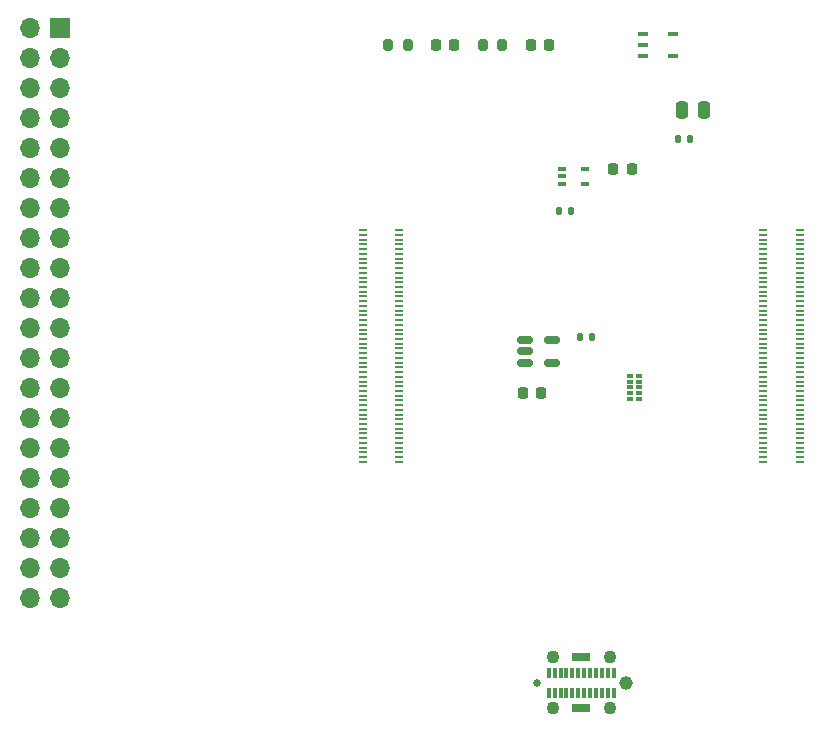
<source format=gbr>
%TF.GenerationSoftware,KiCad,Pcbnew,6.0.11-2627ca5db0~126~ubuntu22.04.1*%
%TF.CreationDate,2023-07-02T17:23:57-07:00*%
%TF.ProjectId,small-display,736d616c-6c2d-4646-9973-706c61792e6b,rev?*%
%TF.SameCoordinates,Original*%
%TF.FileFunction,Soldermask,Top*%
%TF.FilePolarity,Negative*%
%FSLAX46Y46*%
G04 Gerber Fmt 4.6, Leading zero omitted, Abs format (unit mm)*
G04 Created by KiCad (PCBNEW 6.0.11-2627ca5db0~126~ubuntu22.04.1) date 2023-07-02 17:23:57*
%MOMM*%
%LPD*%
G01*
G04 APERTURE LIST*
G04 Aperture macros list*
%AMRoundRect*
0 Rectangle with rounded corners*
0 $1 Rounding radius*
0 $2 $3 $4 $5 $6 $7 $8 $9 X,Y pos of 4 corners*
0 Add a 4 corners polygon primitive as box body*
4,1,4,$2,$3,$4,$5,$6,$7,$8,$9,$2,$3,0*
0 Add four circle primitives for the rounded corners*
1,1,$1+$1,$2,$3*
1,1,$1+$1,$4,$5*
1,1,$1+$1,$6,$7*
1,1,$1+$1,$8,$9*
0 Add four rect primitives between the rounded corners*
20,1,$1+$1,$2,$3,$4,$5,0*
20,1,$1+$1,$4,$5,$6,$7,0*
20,1,$1+$1,$6,$7,$8,$9,0*
20,1,$1+$1,$8,$9,$2,$3,0*%
G04 Aperture macros list end*
%ADD10C,0.660000*%
%ADD11C,1.150000*%
%ADD12R,0.300000X0.850000*%
%ADD13C,1.100000*%
%ADD14R,1.600000X0.700000*%
%ADD15R,0.952500X0.457200*%
%ADD16RoundRect,0.135000X-0.135000X-0.185000X0.135000X-0.185000X0.135000X0.185000X-0.135000X0.185000X0*%
%ADD17RoundRect,0.200000X-0.200000X-0.275000X0.200000X-0.275000X0.200000X0.275000X-0.200000X0.275000X0*%
%ADD18RoundRect,0.225000X-0.225000X-0.250000X0.225000X-0.250000X0.225000X0.250000X-0.225000X0.250000X0*%
%ADD19RoundRect,0.150000X-0.512500X-0.150000X0.512500X-0.150000X0.512500X0.150000X-0.512500X0.150000X0*%
%ADD20R,0.650000X0.400000*%
%ADD21R,0.550000X0.300000*%
%ADD22R,0.550000X0.400000*%
%ADD23RoundRect,0.218750X-0.218750X-0.256250X0.218750X-0.256250X0.218750X0.256250X-0.218750X0.256250X0*%
%ADD24RoundRect,0.250000X-0.250000X-0.475000X0.250000X-0.475000X0.250000X0.475000X-0.250000X0.475000X0*%
%ADD25R,0.700000X0.200000*%
%ADD26R,1.700000X1.700000*%
%ADD27O,1.700000X1.700000*%
G04 APERTURE END LIST*
D10*
%TO.C,J1*%
X16750000Y-59000000D03*
D11*
X24250000Y-59000000D03*
D12*
X17750000Y-58165000D03*
X18250000Y-58165000D03*
X18750000Y-58165000D03*
X19250000Y-58165000D03*
X19750000Y-58165000D03*
X20250000Y-58165000D03*
X20750000Y-58165000D03*
X21250000Y-58165000D03*
X21750000Y-58165000D03*
X22250000Y-58165000D03*
X22750000Y-58165000D03*
X23250000Y-58165000D03*
X23250000Y-59835000D03*
X22750000Y-59835000D03*
X22250000Y-59835000D03*
X21750000Y-59835000D03*
X21250000Y-59835000D03*
X20750000Y-59835000D03*
X20250000Y-59835000D03*
X19750000Y-59835000D03*
X19250000Y-59835000D03*
X18750000Y-59835000D03*
X18250000Y-59835000D03*
X17750000Y-59835000D03*
D13*
X18100000Y-56850000D03*
X22900000Y-56850000D03*
X22900000Y-61150000D03*
X18100000Y-61150000D03*
D14*
X20500000Y-56850000D03*
X20500000Y-61150000D03*
%TD*%
D15*
%TO.C,U4*%
X25723650Y-4060200D03*
X25723650Y-5000000D03*
X25723650Y-5939800D03*
X28276350Y-5952500D03*
X28276350Y-4047500D03*
%TD*%
D16*
%TO.C,R1*%
X20382500Y-29720000D03*
X21402500Y-29720000D03*
%TD*%
D17*
%TO.C,R4*%
X4145000Y-5000000D03*
X5795000Y-5000000D03*
%TD*%
D18*
%TO.C,C2*%
X16225000Y-5000000D03*
X17775000Y-5000000D03*
%TD*%
D19*
%TO.C,U3*%
X15725000Y-30000000D03*
X15725000Y-30950000D03*
X15725000Y-31900000D03*
X18000000Y-31900000D03*
X18000000Y-30000000D03*
%TD*%
D20*
%TO.C,U2*%
X18880000Y-15480000D03*
X18880000Y-16130000D03*
X18880000Y-16780000D03*
X20780000Y-16780000D03*
X20780000Y-15480000D03*
%TD*%
D16*
%TO.C,R3*%
X18650000Y-19050000D03*
X19670000Y-19050000D03*
%TD*%
D21*
%TO.C,U1*%
X24615000Y-33000000D03*
X24615000Y-33500000D03*
D22*
X24615000Y-34000000D03*
D21*
X24615000Y-34500000D03*
X24615000Y-35000000D03*
X25385000Y-35000000D03*
X25385000Y-34500000D03*
D22*
X25385000Y-34000000D03*
D21*
X25385000Y-33500000D03*
X25385000Y-33000000D03*
%TD*%
D23*
%TO.C,D2*%
X23212500Y-15500000D03*
X24787500Y-15500000D03*
%TD*%
D24*
%TO.C,C1*%
X29000000Y-10500000D03*
X30900000Y-10500000D03*
%TD*%
D23*
%TO.C,D1*%
X15545000Y-34470000D03*
X17120000Y-34470000D03*
%TD*%
D25*
%TO.C,Module1*%
X2000000Y-20700000D03*
X5080000Y-20700000D03*
X2000000Y-21100000D03*
X5080000Y-21100000D03*
X2000000Y-21500000D03*
X5080000Y-21500000D03*
X2000000Y-21900000D03*
X5080000Y-21900000D03*
X2000000Y-22300000D03*
X5080000Y-22300000D03*
X2000000Y-22700000D03*
X5080000Y-22700000D03*
X2000000Y-23100000D03*
X5080000Y-23100000D03*
X2000000Y-23500000D03*
X5080000Y-23500000D03*
X2000000Y-23900000D03*
X5080000Y-23900000D03*
X2000000Y-24300000D03*
X5080000Y-24300000D03*
X2000000Y-24700000D03*
X5080000Y-24700000D03*
X2000000Y-25100000D03*
X5080000Y-25100000D03*
X2000000Y-25500000D03*
X5080000Y-25500000D03*
X2000000Y-25900000D03*
X5080000Y-25900000D03*
X2000000Y-26300000D03*
X5080000Y-26300000D03*
X2000000Y-26700000D03*
X5080000Y-26700000D03*
X2000000Y-27100000D03*
X5080000Y-27100000D03*
X2000000Y-27500000D03*
X5080000Y-27500000D03*
X2000000Y-27900000D03*
X5080000Y-27900000D03*
X2000000Y-28300000D03*
X5080000Y-28300000D03*
X2000000Y-28700000D03*
X5080000Y-28700000D03*
X2000000Y-29100000D03*
X5080000Y-29100000D03*
X2000000Y-29500000D03*
X5080000Y-29500000D03*
X2000000Y-29900000D03*
X5080000Y-29900000D03*
X2000000Y-30300000D03*
X5080000Y-30300000D03*
X2000000Y-30700000D03*
X5080000Y-30700000D03*
X2000000Y-31100000D03*
X5080000Y-31100000D03*
X2000000Y-31500000D03*
X5080000Y-31500000D03*
X2000000Y-31900000D03*
X5080000Y-31900000D03*
X2000000Y-32300000D03*
X5080000Y-32300000D03*
X2000000Y-32700000D03*
X5080000Y-32700000D03*
X2000000Y-33100000D03*
X5080000Y-33100000D03*
X2000000Y-33500000D03*
X5080000Y-33500000D03*
X2000000Y-33900000D03*
X5080000Y-33900000D03*
X2000000Y-34300000D03*
X5080000Y-34300000D03*
X2000000Y-34700000D03*
X5080000Y-34700000D03*
X2000000Y-35100000D03*
X5080000Y-35100000D03*
X2000000Y-35500000D03*
X5080000Y-35500000D03*
X2000000Y-35900000D03*
X5080000Y-35900000D03*
X2000000Y-36300000D03*
X5080000Y-36300000D03*
X2000000Y-36700000D03*
X5080000Y-36700000D03*
X2000000Y-37100000D03*
X5080000Y-37100000D03*
X2000000Y-37500000D03*
X5080000Y-37500000D03*
X2000000Y-37900000D03*
X5080000Y-37900000D03*
X2000000Y-38300000D03*
X5080000Y-38300000D03*
X2000000Y-38700000D03*
X5080000Y-38700000D03*
X2000000Y-39100000D03*
X5080000Y-39100000D03*
X2000000Y-39500000D03*
X5080000Y-39500000D03*
X2000000Y-39900000D03*
X5080000Y-39900000D03*
X2000000Y-40300000D03*
X5080000Y-40300000D03*
X35920000Y-20700000D03*
X39000000Y-20700000D03*
X35920000Y-21100000D03*
X39000000Y-21100000D03*
X35920000Y-21500000D03*
X39000000Y-21500000D03*
X35920000Y-21900000D03*
X39000000Y-21900000D03*
X35920000Y-22300000D03*
X39000000Y-22300000D03*
X35920000Y-22700000D03*
X39000000Y-22700000D03*
X35920000Y-23100000D03*
X39000000Y-23100000D03*
X35920000Y-23500000D03*
X39000000Y-23500000D03*
X35920000Y-23900000D03*
X39000000Y-23900000D03*
X35920000Y-24300000D03*
X39000000Y-24300000D03*
X35920000Y-24700000D03*
X39000000Y-24700000D03*
X35920000Y-25100000D03*
X39000000Y-25100000D03*
X35920000Y-25500000D03*
X39000000Y-25500000D03*
X35920000Y-25900000D03*
X39000000Y-25900000D03*
X35920000Y-26300000D03*
X39000000Y-26300000D03*
X35920000Y-26700000D03*
X39000000Y-26700000D03*
X35920000Y-27100000D03*
X39000000Y-27100000D03*
X35920000Y-27500000D03*
X39000000Y-27500000D03*
X35920000Y-27900000D03*
X39000000Y-27900000D03*
X35920000Y-28300000D03*
X39000000Y-28300000D03*
X35920000Y-28700000D03*
X39000000Y-28700000D03*
X35920000Y-29100000D03*
X39000000Y-29100000D03*
X35920000Y-29500000D03*
X39000000Y-29500000D03*
X35920000Y-29900000D03*
X39000000Y-29900000D03*
X35920000Y-30300000D03*
X39000000Y-30300000D03*
X35920000Y-30700000D03*
X39000000Y-30700000D03*
X35920000Y-31100000D03*
X39000000Y-31100000D03*
X35920000Y-31500000D03*
X39000000Y-31500000D03*
X35920000Y-31900000D03*
X39000000Y-31900000D03*
X35920000Y-32300000D03*
X39000000Y-32300000D03*
X35920000Y-32700000D03*
X39000000Y-32700000D03*
X35920000Y-33100000D03*
X39000000Y-33100000D03*
X35920000Y-33500000D03*
X39000000Y-33500000D03*
X35920000Y-33900000D03*
X39000000Y-33900000D03*
X35920000Y-34300000D03*
X39000000Y-34300000D03*
X35920000Y-34700000D03*
X39000000Y-34700000D03*
X35920000Y-35100000D03*
X39000000Y-35100000D03*
X35920000Y-35500000D03*
X39000000Y-35500000D03*
X35920000Y-35900000D03*
X39000000Y-35900000D03*
X35920000Y-36300000D03*
X39000000Y-36300000D03*
X35920000Y-36700000D03*
X39000000Y-36700000D03*
X35920000Y-37100000D03*
X39000000Y-37100000D03*
X35920000Y-37500000D03*
X39000000Y-37500000D03*
X35920000Y-37900000D03*
X39000000Y-37900000D03*
X35920000Y-38300000D03*
X39000000Y-38300000D03*
X35920000Y-38700000D03*
X39000000Y-38700000D03*
X35920000Y-39100000D03*
X39000000Y-39100000D03*
X35920000Y-39500000D03*
X39000000Y-39500000D03*
X35920000Y-39900000D03*
X39000000Y-39900000D03*
X35920000Y-40300000D03*
X39000000Y-40300000D03*
%TD*%
D26*
%TO.C,J3*%
X-23660000Y-3550000D03*
D27*
X-26200000Y-3550000D03*
X-23660000Y-6090000D03*
X-26200000Y-6090000D03*
X-23660000Y-8630000D03*
X-26200000Y-8630000D03*
X-23660000Y-11170000D03*
X-26200000Y-11170000D03*
X-23660000Y-13710000D03*
X-26200000Y-13710000D03*
X-23660000Y-16250000D03*
X-26200000Y-16250000D03*
X-23660000Y-18790000D03*
X-26200000Y-18790000D03*
X-23660000Y-21330000D03*
X-26200000Y-21330000D03*
X-23660000Y-23870000D03*
X-26200000Y-23870000D03*
X-23660000Y-26410000D03*
X-26200000Y-26410000D03*
X-23660000Y-28950000D03*
X-26200000Y-28950000D03*
X-23660000Y-31490000D03*
X-26200000Y-31490000D03*
X-23660000Y-34030000D03*
X-26200000Y-34030000D03*
X-23660000Y-36570000D03*
X-26200000Y-36570000D03*
X-23660000Y-39110000D03*
X-26200000Y-39110000D03*
X-23660000Y-41650000D03*
X-26200000Y-41650000D03*
X-23660000Y-44190000D03*
X-26200000Y-44190000D03*
X-23660000Y-46730000D03*
X-26200000Y-46730000D03*
X-23660000Y-49270000D03*
X-26200000Y-49270000D03*
X-23660000Y-51810000D03*
X-26200000Y-51810000D03*
%TD*%
D18*
%TO.C,C3*%
X8205000Y-5000000D03*
X9755000Y-5000000D03*
%TD*%
D16*
%TO.C,R2*%
X28670000Y-13000000D03*
X29690000Y-13000000D03*
%TD*%
D17*
%TO.C,R5*%
X12165000Y-5000000D03*
X13815000Y-5000000D03*
%TD*%
M02*

</source>
